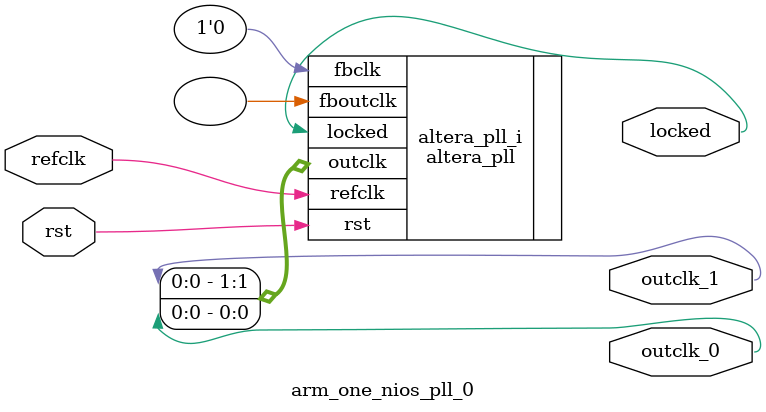
<source format=v>
`timescale 1ns/10ps
module  arm_one_nios_pll_0(

	// interface 'refclk'
	input wire refclk,

	// interface 'reset'
	input wire rst,

	// interface 'outclk0'
	output wire outclk_0,

	// interface 'outclk1'
	output wire outclk_1,

	// interface 'locked'
	output wire locked
);

	altera_pll #(
		.fractional_vco_multiplier("false"),
		.reference_clock_frequency("50.0 MHz"),
		.operation_mode("direct"),
		.number_of_clocks(2),
		.output_clock_frequency0("100.000000 MHz"),
		.phase_shift0("0 ps"),
		.duty_cycle0(50),
		.output_clock_frequency1("100.000000 MHz"),
		.phase_shift1("-3000 ps"),
		.duty_cycle1(50),
		.output_clock_frequency2("0 MHz"),
		.phase_shift2("0 ps"),
		.duty_cycle2(50),
		.output_clock_frequency3("0 MHz"),
		.phase_shift3("0 ps"),
		.duty_cycle3(50),
		.output_clock_frequency4("0 MHz"),
		.phase_shift4("0 ps"),
		.duty_cycle4(50),
		.output_clock_frequency5("0 MHz"),
		.phase_shift5("0 ps"),
		.duty_cycle5(50),
		.output_clock_frequency6("0 MHz"),
		.phase_shift6("0 ps"),
		.duty_cycle6(50),
		.output_clock_frequency7("0 MHz"),
		.phase_shift7("0 ps"),
		.duty_cycle7(50),
		.output_clock_frequency8("0 MHz"),
		.phase_shift8("0 ps"),
		.duty_cycle8(50),
		.output_clock_frequency9("0 MHz"),
		.phase_shift9("0 ps"),
		.duty_cycle9(50),
		.output_clock_frequency10("0 MHz"),
		.phase_shift10("0 ps"),
		.duty_cycle10(50),
		.output_clock_frequency11("0 MHz"),
		.phase_shift11("0 ps"),
		.duty_cycle11(50),
		.output_clock_frequency12("0 MHz"),
		.phase_shift12("0 ps"),
		.duty_cycle12(50),
		.output_clock_frequency13("0 MHz"),
		.phase_shift13("0 ps"),
		.duty_cycle13(50),
		.output_clock_frequency14("0 MHz"),
		.phase_shift14("0 ps"),
		.duty_cycle14(50),
		.output_clock_frequency15("0 MHz"),
		.phase_shift15("0 ps"),
		.duty_cycle15(50),
		.output_clock_frequency16("0 MHz"),
		.phase_shift16("0 ps"),
		.duty_cycle16(50),
		.output_clock_frequency17("0 MHz"),
		.phase_shift17("0 ps"),
		.duty_cycle17(50),
		.pll_type("General"),
		.pll_subtype("General")
	) altera_pll_i (
		.rst	(rst),
		.outclk	({outclk_1, outclk_0}),
		.locked	(locked),
		.fboutclk	( ),
		.fbclk	(1'b0),
		.refclk	(refclk)
	);
endmodule


</source>
